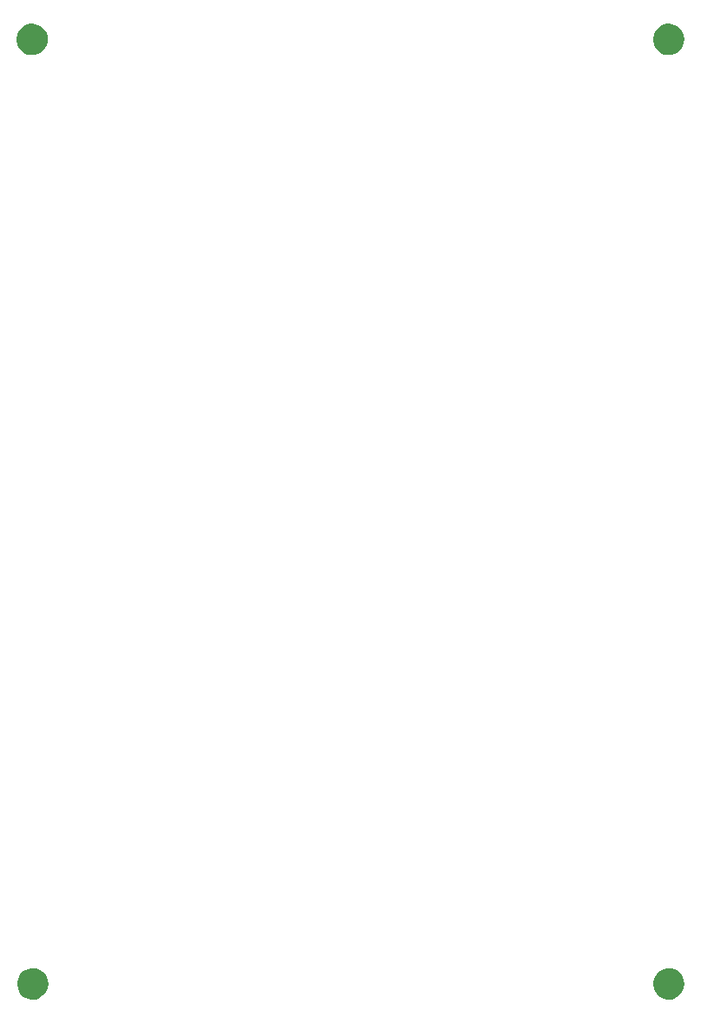
<source format=gko>
G04*
G04 #@! TF.GenerationSoftware,Altium Limited,Altium Designer,20.1.12 (249)*
G04*
G04 Layer_Color=16711935*
%FSLAX25Y25*%
%MOIN*%
G70*
G04*
G04 #@! TF.SameCoordinates,2042196E-867F-4DAE-B54E-166F92C2B522*
G04*
G04*
G04 #@! TF.FilePolarity,Positive*
G04*
G01*
G75*
%ADD83C,0.06000*%
D83*
X518748Y220472D02*
X518585Y221446D01*
X518115Y222315D01*
X517389Y222984D01*
X516484Y223381D01*
X515500Y223462D01*
X514543Y223220D01*
X513716Y222680D01*
X513110Y221900D01*
X512789Y220966D01*
Y219979D01*
X513110Y219045D01*
X513716Y218265D01*
X514543Y217725D01*
X515500Y217483D01*
X516484Y217564D01*
X517389Y217961D01*
X518115Y218630D01*
X518585Y219498D01*
X518748Y220472D01*
Y582677D02*
X518585Y583651D01*
X518115Y584520D01*
X517389Y585189D01*
X516484Y585585D01*
X515500Y585667D01*
X514543Y585425D01*
X513716Y584884D01*
X513110Y584105D01*
X512789Y583171D01*
Y582183D01*
X513110Y581249D01*
X513716Y580470D01*
X514543Y579930D01*
X515500Y579687D01*
X516484Y579769D01*
X517389Y580166D01*
X518115Y580834D01*
X518585Y581703D01*
X518748Y582677D01*
X274654Y220472D02*
X274491Y221446D01*
X274021Y222315D01*
X273294Y222984D01*
X272390Y223381D01*
X271406Y223462D01*
X270448Y223220D01*
X269622Y222680D01*
X269015Y221900D01*
X268694Y220966D01*
Y219979D01*
X269015Y219045D01*
X269622Y218265D01*
X270448Y217725D01*
X271406Y217483D01*
X272390Y217564D01*
X273294Y217961D01*
X274021Y218630D01*
X274491Y219498D01*
X274654Y220472D01*
X274500Y582677D02*
X274337Y583651D01*
X273867Y584520D01*
X273141Y585189D01*
X272236Y585585D01*
X271252Y585667D01*
X270295Y585425D01*
X269468Y584884D01*
X268862Y584105D01*
X268541Y583171D01*
Y582183D01*
X268862Y581249D01*
X269468Y580470D01*
X270295Y579930D01*
X271252Y579687D01*
X272236Y579769D01*
X273141Y580166D01*
X273867Y580834D01*
X274337Y581703D01*
X274500Y582677D01*
M02*

</source>
